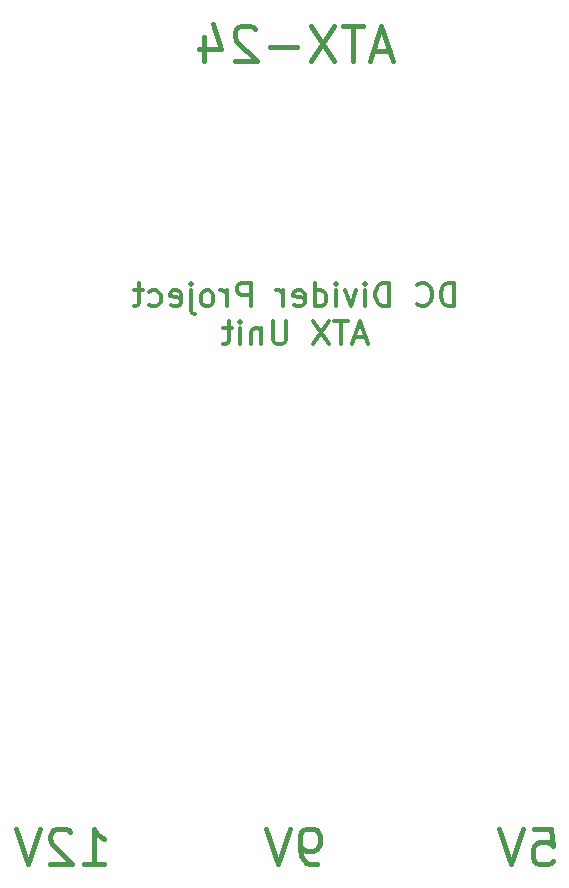
<source format=gbr>
%TF.GenerationSoftware,KiCad,Pcbnew,(6.0.8)*%
%TF.CreationDate,2023-07-04T13:31:15+01:00*%
%TF.ProjectId,DC_Divider_ATX_Unit,44435f44-6976-4696-9465-725f4154585f,rev?*%
%TF.SameCoordinates,Original*%
%TF.FileFunction,Legend,Bot*%
%TF.FilePolarity,Positive*%
%FSLAX46Y46*%
G04 Gerber Fmt 4.6, Leading zero omitted, Abs format (unit mm)*
G04 Created by KiCad (PCBNEW (6.0.8)) date 2023-07-04 13:31:15*
%MOMM*%
%LPD*%
G01*
G04 APERTURE LIST*
%ADD10C,0.450000*%
%ADD11C,0.300000*%
G04 APERTURE END LIST*
D10*
X114344142Y-161097742D02*
X116058428Y-161097742D01*
X115201285Y-161097742D02*
X115201285Y-158097742D01*
X115487000Y-158526314D01*
X115772714Y-158812028D01*
X116058428Y-158954885D01*
X113201285Y-158383457D02*
X113058428Y-158240600D01*
X112772714Y-158097742D01*
X112058428Y-158097742D01*
X111772714Y-158240600D01*
X111629857Y-158383457D01*
X111487000Y-158669171D01*
X111487000Y-158954885D01*
X111629857Y-159383457D01*
X113344142Y-161097742D01*
X111487000Y-161097742D01*
X110629857Y-158097742D02*
X109629857Y-161097742D01*
X108629857Y-158097742D01*
D11*
X145711771Y-113848761D02*
X145711771Y-111848761D01*
X145235580Y-111848761D01*
X144949866Y-111944000D01*
X144759390Y-112134476D01*
X144664152Y-112324952D01*
X144568914Y-112705904D01*
X144568914Y-112991619D01*
X144664152Y-113372571D01*
X144759390Y-113563047D01*
X144949866Y-113753523D01*
X145235580Y-113848761D01*
X145711771Y-113848761D01*
X142568914Y-113658285D02*
X142664152Y-113753523D01*
X142949866Y-113848761D01*
X143140342Y-113848761D01*
X143426057Y-113753523D01*
X143616533Y-113563047D01*
X143711771Y-113372571D01*
X143807009Y-112991619D01*
X143807009Y-112705904D01*
X143711771Y-112324952D01*
X143616533Y-112134476D01*
X143426057Y-111944000D01*
X143140342Y-111848761D01*
X142949866Y-111848761D01*
X142664152Y-111944000D01*
X142568914Y-112039238D01*
X140187961Y-113848761D02*
X140187961Y-111848761D01*
X139711771Y-111848761D01*
X139426057Y-111944000D01*
X139235580Y-112134476D01*
X139140342Y-112324952D01*
X139045104Y-112705904D01*
X139045104Y-112991619D01*
X139140342Y-113372571D01*
X139235580Y-113563047D01*
X139426057Y-113753523D01*
X139711771Y-113848761D01*
X140187961Y-113848761D01*
X138187961Y-113848761D02*
X138187961Y-112515428D01*
X138187961Y-111848761D02*
X138283200Y-111944000D01*
X138187961Y-112039238D01*
X138092723Y-111944000D01*
X138187961Y-111848761D01*
X138187961Y-112039238D01*
X137426057Y-112515428D02*
X136949866Y-113848761D01*
X136473676Y-112515428D01*
X135711771Y-113848761D02*
X135711771Y-112515428D01*
X135711771Y-111848761D02*
X135807009Y-111944000D01*
X135711771Y-112039238D01*
X135616533Y-111944000D01*
X135711771Y-111848761D01*
X135711771Y-112039238D01*
X133902247Y-113848761D02*
X133902247Y-111848761D01*
X133902247Y-113753523D02*
X134092723Y-113848761D01*
X134473676Y-113848761D01*
X134664152Y-113753523D01*
X134759390Y-113658285D01*
X134854628Y-113467809D01*
X134854628Y-112896380D01*
X134759390Y-112705904D01*
X134664152Y-112610666D01*
X134473676Y-112515428D01*
X134092723Y-112515428D01*
X133902247Y-112610666D01*
X132187961Y-113753523D02*
X132378438Y-113848761D01*
X132759390Y-113848761D01*
X132949866Y-113753523D01*
X133045104Y-113563047D01*
X133045104Y-112801142D01*
X132949866Y-112610666D01*
X132759390Y-112515428D01*
X132378438Y-112515428D01*
X132187961Y-112610666D01*
X132092723Y-112801142D01*
X132092723Y-112991619D01*
X133045104Y-113182095D01*
X131235580Y-113848761D02*
X131235580Y-112515428D01*
X131235580Y-112896380D02*
X131140342Y-112705904D01*
X131045104Y-112610666D01*
X130854628Y-112515428D01*
X130664152Y-112515428D01*
X128473676Y-113848761D02*
X128473676Y-111848761D01*
X127711771Y-111848761D01*
X127521295Y-111944000D01*
X127426057Y-112039238D01*
X127330819Y-112229714D01*
X127330819Y-112515428D01*
X127426057Y-112705904D01*
X127521295Y-112801142D01*
X127711771Y-112896380D01*
X128473676Y-112896380D01*
X126473676Y-113848761D02*
X126473676Y-112515428D01*
X126473676Y-112896380D02*
X126378438Y-112705904D01*
X126283200Y-112610666D01*
X126092723Y-112515428D01*
X125902247Y-112515428D01*
X124949866Y-113848761D02*
X125140342Y-113753523D01*
X125235580Y-113658285D01*
X125330819Y-113467809D01*
X125330819Y-112896380D01*
X125235580Y-112705904D01*
X125140342Y-112610666D01*
X124949866Y-112515428D01*
X124664152Y-112515428D01*
X124473676Y-112610666D01*
X124378438Y-112705904D01*
X124283200Y-112896380D01*
X124283200Y-113467809D01*
X124378438Y-113658285D01*
X124473676Y-113753523D01*
X124664152Y-113848761D01*
X124949866Y-113848761D01*
X123426057Y-112515428D02*
X123426057Y-114229714D01*
X123521295Y-114420190D01*
X123711771Y-114515428D01*
X123807009Y-114515428D01*
X123426057Y-111848761D02*
X123521295Y-111944000D01*
X123426057Y-112039238D01*
X123330819Y-111944000D01*
X123426057Y-111848761D01*
X123426057Y-112039238D01*
X121711771Y-113753523D02*
X121902247Y-113848761D01*
X122283200Y-113848761D01*
X122473676Y-113753523D01*
X122568914Y-113563047D01*
X122568914Y-112801142D01*
X122473676Y-112610666D01*
X122283200Y-112515428D01*
X121902247Y-112515428D01*
X121711771Y-112610666D01*
X121616533Y-112801142D01*
X121616533Y-112991619D01*
X122568914Y-113182095D01*
X119902247Y-113753523D02*
X120092723Y-113848761D01*
X120473676Y-113848761D01*
X120664152Y-113753523D01*
X120759390Y-113658285D01*
X120854628Y-113467809D01*
X120854628Y-112896380D01*
X120759390Y-112705904D01*
X120664152Y-112610666D01*
X120473676Y-112515428D01*
X120092723Y-112515428D01*
X119902247Y-112610666D01*
X119330819Y-112515428D02*
X118568914Y-112515428D01*
X119045104Y-111848761D02*
X119045104Y-113563047D01*
X118949866Y-113753523D01*
X118759390Y-113848761D01*
X118568914Y-113848761D01*
X138235580Y-116497333D02*
X137283200Y-116497333D01*
X138426057Y-117068761D02*
X137759390Y-115068761D01*
X137092723Y-117068761D01*
X136711771Y-115068761D02*
X135568914Y-115068761D01*
X136140342Y-117068761D02*
X136140342Y-115068761D01*
X135092723Y-115068761D02*
X133759390Y-117068761D01*
X133759390Y-115068761D02*
X135092723Y-117068761D01*
X131473676Y-115068761D02*
X131473676Y-116687809D01*
X131378438Y-116878285D01*
X131283200Y-116973523D01*
X131092723Y-117068761D01*
X130711771Y-117068761D01*
X130521295Y-116973523D01*
X130426057Y-116878285D01*
X130330819Y-116687809D01*
X130330819Y-115068761D01*
X129378438Y-115735428D02*
X129378438Y-117068761D01*
X129378438Y-115925904D02*
X129283200Y-115830666D01*
X129092723Y-115735428D01*
X128807009Y-115735428D01*
X128616533Y-115830666D01*
X128521295Y-116021142D01*
X128521295Y-117068761D01*
X127568914Y-117068761D02*
X127568914Y-115735428D01*
X127568914Y-115068761D02*
X127664152Y-115164000D01*
X127568914Y-115259238D01*
X127473676Y-115164000D01*
X127568914Y-115068761D01*
X127568914Y-115259238D01*
X126902247Y-115735428D02*
X126140342Y-115735428D01*
X126616533Y-115068761D02*
X126616533Y-116783047D01*
X126521295Y-116973523D01*
X126330819Y-117068761D01*
X126140342Y-117068761D01*
D10*
X152498428Y-158097742D02*
X153927000Y-158097742D01*
X154069857Y-159526314D01*
X153927000Y-159383457D01*
X153641285Y-159240600D01*
X152927000Y-159240600D01*
X152641285Y-159383457D01*
X152498428Y-159526314D01*
X152355571Y-159812028D01*
X152355571Y-160526314D01*
X152498428Y-160812028D01*
X152641285Y-160954885D01*
X152927000Y-161097742D01*
X153641285Y-161097742D01*
X153927000Y-160954885D01*
X154069857Y-160812028D01*
X151498428Y-158097742D02*
X150498428Y-161097742D01*
X149498428Y-158097742D01*
X140269200Y-92234600D02*
X138840628Y-92234600D01*
X140554914Y-93091742D02*
X139554914Y-90091742D01*
X138554914Y-93091742D01*
X137983485Y-90091742D02*
X136269200Y-90091742D01*
X137126342Y-93091742D02*
X137126342Y-90091742D01*
X135554914Y-90091742D02*
X133554914Y-93091742D01*
X133554914Y-90091742D02*
X135554914Y-93091742D01*
X132412057Y-91948885D02*
X130126342Y-91948885D01*
X128840628Y-90377457D02*
X128697771Y-90234600D01*
X128412057Y-90091742D01*
X127697771Y-90091742D01*
X127412057Y-90234600D01*
X127269200Y-90377457D01*
X127126342Y-90663171D01*
X127126342Y-90948885D01*
X127269200Y-91377457D01*
X128983485Y-93091742D01*
X127126342Y-93091742D01*
X124554914Y-91091742D02*
X124554914Y-93091742D01*
X125269200Y-89948885D02*
X125983485Y-92091742D01*
X124126342Y-92091742D01*
X134064142Y-161097742D02*
X133492714Y-161097742D01*
X133207000Y-160954885D01*
X133064142Y-160812028D01*
X132778428Y-160383457D01*
X132635571Y-159812028D01*
X132635571Y-158669171D01*
X132778428Y-158383457D01*
X132921285Y-158240600D01*
X133207000Y-158097742D01*
X133778428Y-158097742D01*
X134064142Y-158240600D01*
X134207000Y-158383457D01*
X134349857Y-158669171D01*
X134349857Y-159383457D01*
X134207000Y-159669171D01*
X134064142Y-159812028D01*
X133778428Y-159954885D01*
X133207000Y-159954885D01*
X132921285Y-159812028D01*
X132778428Y-159669171D01*
X132635571Y-159383457D01*
X131778428Y-158097742D02*
X130778428Y-161097742D01*
X129778428Y-158097742D01*
M02*

</source>
